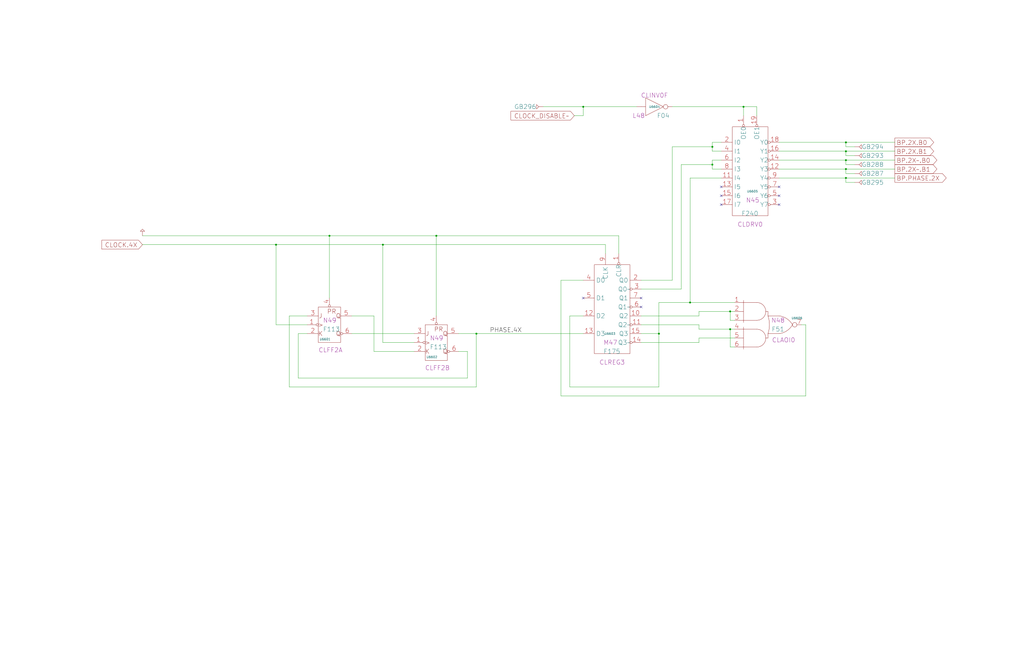
<source format=kicad_sch>
(kicad_sch (version 20211123) (generator eeschema)
  (paper "User" 584.2 378.46)
  (title_block (title "CLOCKS\\n2X CLOCK GENERATION") (date "22-SEP-90") (rev "2.0") (comment 1 "IOC") (comment 2 "232-003061") (comment 3 "S400") (comment 4 "RELEASED"))
  (lib_symbols
    (symbol "r1000:F04" (pin_numbers hide) (pin_names hide)
      (property "Reference" "U" (at 0 0 0))
      (property "Value" "F04" (at 1.27 -5.08 0))
      (property "Location" "___" (at -12.7 -5.08 0))
      (property "Name" "______" (at 0 5.08 0))
      (symbol "F04_0_1"
        (polyline (pts (xy -7.62 0) (xy -5.08 0)) (stroke (width 0.1524)))
        (polyline (pts (xy -5.08 5.08) (xy -5.08 -5.08)) (stroke (width 0.1524)))
        (polyline (pts (xy 5.08 0) (xy -5.08 -5.08)) (stroke (width 0.1524)))
        (polyline (pts (xy 5.08 0) (xy -5.08 5.08)) (stroke (width 0.1524)))
        (circle (center 6.35 0) (radius 1.27) (stroke (width 0.1524)))
      )
      (symbol "F04_1_1"
        (pin input line (at -10.16 0 0) (length 2.54) (name "D0") (number "1"))
        (pin output line (at 10.16 0 180) (length 2.54) (name "Q") (number "2"))
      )
    )
    (symbol "r1000:F113" (pin_names (offset 1.016) hide)
      (property "Reference" "U" (at 0 -10.795 0))
      (property "Value" "F113" (at -1.27 -5.08 0))
      (property "Location" "___" (at -1.27 0 0))
      (property "Name" "______" (at 3.175 -18.415 0))
      (symbol "F113_0_1"
        (rectangle (start -3.81 7.62) (end 8.89 -12.7) (stroke (width 0.1524)))
      )
      (symbol "F113_1_1"
        (circle (center -4.445 -2.54) (radius 0.635))
        (circle (center 2.54 8.255) (radius 0.635))
        (circle (center 9.525 -7.62) (radius 0.635))
        (text ">" (at -2.54 -2.54 0) (effects (font (size 2.54 2.54))))
        (text "J" (at -2.54 2.54 0) (effects (font (size 2.54 2.54))))
        (text "K" (at -2.54 -7.62 0) (effects (font (size 2.54 2.54))))
        (text "P" (at 2.54 5.08 0) (effects (font (size 2.54 2.54))))
        (text "Q" (at 7.62 -7.62 0) (effects (font (size 2.54 2.54))))
        (text "Q" (at 7.62 2.54 0) (effects (font (size 2.54 2.54))))
        (text "R" (at 5.08 5.08 0) (effects (font (size 2.54 2.54))))
        (pin input line (at -10.16 -2.54 0) (length 5.08) (name "CLK_") (number "1"))
        (pin input line (at -10.16 -7.62 0) (length 6.35) (name "K") (number "2"))
        (pin input line (at -10.16 2.54 0) (length 6.35) (name "J") (number "3"))
        (pin input line (at 2.54 12.7 270) (length 3.81) (name "PR_") (number "4"))
        (pin output line (at 15.24 2.54 180) (length 6.35) (name "Q") (number "5"))
        (pin output line (at 15.24 -7.62 180) (length 5.08) (name "Q_") (number "6"))
      )
    )
    (symbol "r1000:F175" (pin_names (offset 1.016))
      (property "Reference" "U" (at 2.54 5.08 0))
      (property "Value" "F175" (at -1.27 -5.08 0))
      (property "Location" "___" (at -1.27 0 0))
      (property "Name" "______" (at 3.81 -12.7 0))
      (symbol "F175_1_1"
        (rectangle (start -6.35 44.45) (end 13.97 -6.35))
        (circle (center 7.62 45.085) (radius 0.635))
        (circle (center 14.605 0) (radius 0.635))
        (circle (center 14.605 10.16) (radius 0.635))
        (circle (center 14.605 20.32) (radius 0.635))
        (circle (center 14.605 30.48) (radius 0.635))
        (pin input line (at 7.62 50.8 270) (length 5.08) (name "CLR") (number "1"))
        (pin output line (at 20.32 15.24 180) (length 6.35) (name "Q2") (number "10"))
        (pin output line (at 20.32 10.16 180) (length 5.08) (name "Q2~") (number "11"))
        (pin input line (at -12.7 15.24 0) (length 6.35) (name "D2") (number "12"))
        (pin input line (at -12.7 5.08 0) (length 6.35) (name "D3") (number "13"))
        (pin output line (at 20.32 0 180) (length 5.08) (name "Q3~") (number "14"))
        (pin output line (at 20.32 5.08 180) (length 6.35) (name "Q3") (number "15"))
        (pin output line (at 20.32 35.56 180) (length 6.35) (name "Q0") (number "2"))
        (pin output line (at 20.32 30.48 180) (length 5.08) (name "Q0~") (number "3"))
        (pin input line (at -12.7 35.56 0) (length 6.35) (name "D0") (number "4"))
        (pin input line (at -12.7 25.4 0) (length 6.35) (name "D1") (number "5"))
        (pin output line (at 20.32 20.32 180) (length 5.08) (name "Q1~") (number "6"))
        (pin output line (at 20.32 25.4 180) (length 6.35) (name "Q1") (number "7"))
        (pin input line (at 0 50.8 270) (length 6.35) (name "CLK") (number "9"))
      )
    )
    (symbol "r1000:F240" (pin_names (offset 1.016))
      (property "Reference" "U" (at 2.54 5.08 0))
      (property "Value" "F240" (at -3.81 -7.62 0))
      (property "Location" "___" (at -1.27 0 0))
      (property "Name" "______" (at 1.27 -15.24 0))
      (symbol "F240_1_1"
        (rectangle (start -8.89 41.91) (end 11.43 -8.89))
        (circle (center -2.54 42.545) (radius 0.635))
        (circle (center 5.08 42.545) (radius 0.635))
        (circle (center 12.065 -2.54) (radius 0.635))
        (circle (center 12.065 2.54) (radius 0.635))
        (circle (center 12.065 7.62) (radius 0.635))
        (circle (center 12.065 12.7) (radius 0.635))
        (circle (center 12.065 17.78) (radius 0.635))
        (circle (center 12.065 22.86) (radius 0.635))
        (circle (center 12.065 27.94) (radius 0.635))
        (circle (center 12.065 33.02) (radius 0.635))
        (pin input line (at -2.54 48.26 270) (length 5.08) (name "OE0") (number "1"))
        (pin input line (at -15.24 12.7 0) (length 6.35) (name "I4") (number "11"))
        (pin tri_state line (at 17.78 17.78 180) (length 5.08) (name "Y3") (number "12"))
        (pin input line (at -15.24 7.62 0) (length 6.35) (name "I5") (number "13"))
        (pin tri_state line (at 17.78 22.86 180) (length 5.08) (name "Y2") (number "14"))
        (pin input line (at -15.24 2.54 0) (length 6.35) (name "I6") (number "15"))
        (pin tri_state line (at 17.78 27.94 180) (length 5.08) (name "Y1") (number "16"))
        (pin input line (at -15.24 -2.54 0) (length 6.35) (name "I7") (number "17"))
        (pin tri_state line (at 17.78 33.02 180) (length 5.08) (name "Y0") (number "18"))
        (pin input line (at 5.08 48.26 270) (length 5.08) (name "OE1") (number "19"))
        (pin input line (at -15.24 33.02 0) (length 6.35) (name "I0") (number "2"))
        (pin tri_state line (at 17.78 -2.54 180) (length 5.08) (name "Y7") (number "3"))
        (pin input line (at -15.24 27.94 0) (length 6.35) (name "I1") (number "4"))
        (pin tri_state line (at 17.78 2.54 180) (length 5.08) (name "Y6") (number "5"))
        (pin input line (at -15.24 22.86 0) (length 6.35) (name "I2") (number "6"))
        (pin tri_state line (at 17.78 7.62 180) (length 5.08) (name "Y5") (number "7"))
        (pin input line (at -15.24 17.78 0) (length 6.35) (name "I3") (number "8"))
        (pin tri_state line (at 17.78 12.7 180) (length 5.08) (name "Y4") (number "9"))
      )
    )
    (symbol "r1000:F51" (pin_names hide)
      (property "Reference" "U" (at 12.7 1.27 0))
      (property "Value" "F51" (at 1.905 -5.08 0))
      (property "Location" "___" (at 1.905 0 0))
      (property "Name" "______" (at 5.08 -12.7 0))
      (symbol "F51_0_0"
        (arc (start -10.16 -15.24) (mid -6.5679 -13.7521) (end -5.08 -10.16) (stroke (width 0.1524)))
        (arc (start -10.16 0) (mid -6.5679 1.4879) (end -5.08 5.08) (stroke (width 0.1524)))
        (arc (start -5.08 -10.16) (mid -6.5679 -6.5679) (end -10.16 -5.08) (stroke (width 0.1524)))
        (arc (start -5.08 5.08) (mid -6.5679 8.6721) (end -10.16 10.16) (stroke (width 0.1524)))
        (arc (start -3.8173 -7.62) (mid -2.9926 -2.54) (end -3.8173 2.54) (stroke (width 0.1524)))
        (polyline (pts (xy -20.32 -15.24) (xy -17.78 -15.24)) (stroke (width 0.1524)))
        (polyline (pts (xy -20.32 -10.16) (xy -17.78 -10.16)) (stroke (width 0.1524)))
        (polyline (pts (xy -20.32 -5.08) (xy -17.78 -5.08)) (stroke (width 0.1524)))
        (polyline (pts (xy -20.32 0) (xy -17.78 0)) (stroke (width 0.1524)))
        (polyline (pts (xy -20.32 5.08) (xy -17.78 5.08)) (stroke (width 0.1524)))
        (polyline (pts (xy -20.32 10.16) (xy -17.78 10.16)) (stroke (width 0.1524)))
        (polyline (pts (xy -17.78 -3.81) (xy -17.78 -16.51)) (stroke (width 0.1524)))
        (polyline (pts (xy -17.78 11.43) (xy -17.78 -1.27)) (stroke (width 0.1524)))
        (polyline (pts (xy -10.16 -15.24) (xy -17.78 -15.24)) (stroke (width 0.1524)))
        (polyline (pts (xy -10.16 -5.08) (xy -17.78 -5.08)) (stroke (width 0.1524)))
        (polyline (pts (xy -10.16 0) (xy -17.78 0)) (stroke (width 0.1524)))
        (polyline (pts (xy -10.16 10.16) (xy -17.78 10.16)) (stroke (width 0.1524)))
        (polyline (pts (xy -3.81 -7.62) (xy 2.54 -7.62)) (stroke (width 0.1524)))
        (polyline (pts (xy -3.81 2.54) (xy 2.54 2.54)) (stroke (width 0.1524)))
        (polyline (pts (xy -5.08 -10.16) (xy -3.81 -10.16) (xy -3.81 -7.62)) (stroke (width 0.1524)))
        (polyline (pts (xy -5.08 5.08) (xy -3.81 5.08) (xy -3.81 2.54)) (stroke (width 0.1524)))
        (arc (start 2.54 -7.62) (mid 6.9504 -5.9805) (end 10.16 -2.54) (stroke (width 0.1524)))
        (arc (start 10.16 -2.54) (mid 6.9516 0.9024) (end 2.54 2.54) (stroke (width 0.1524)))
        (circle (center 11.43 -2.54) (radius 1.27) (stroke (width 0.1524)))
      )
      (symbol "F51_1_1"
        (pin input line (at -22.86 10.16 0) (length 2.54) (name "A1") (number "1"))
        (pin input line (at -22.86 5.08 0) (length 2.54) (name "A2") (number "2"))
        (pin input line (at -22.86 0 0) (length 2.54) (name "A3") (number "3"))
        (pin input line (at -22.86 -5.08 0) (length 2.54) (name "B1") (number "4"))
        (pin input line (at -22.86 -10.16 0) (length 2.54) (name "B2") (number "5"))
        (pin input line (at -22.86 -15.24 0) (length 2.54) (name "B3") (number "6"))
        (pin output line (at 15.24 -2.54 180) (length 2.54) (name "Q") (number "7"))
      )
    )
    (symbol "r1000:GB" (pin_numbers hide) (pin_names (offset 0) hide)
      (property "Reference" "GB" (at 3.81 0 0))
      (symbol "GB_0_1"
        (polyline (pts (xy 2.54 0) (xy 3.81 1.27) (xy 3.81 -1.27) (xy 2.54 0)) (stroke (width 0.1524)))
      )
      (symbol "GB_1_1"
        (pin bidirectional line (at 0 0 0) (length 2.54) (name "") (number "1"))
      )
    )
    (symbol "r1000:PU" (power) (pin_numbers hide) (pin_names hide)
      (symbol "PU_0_1"
        (polyline (pts (xy 0 2.54) (xy -1.27 2.54) (xy 0 3.81) (xy 1.27 2.54) (xy 0 2.54)) (stroke (width 0.1524)))
      )
      (symbol "PU_1_1"
        (pin power_in line (at 0 0 90) (length 2.54) (name "PU") (number "1"))
      )
    )
  )
  (wire (pts (xy 157.48 139.7) (xy 157.48 185.42)))
  (wire (pts (xy 157.48 185.42) (xy 175.26 185.42)))
  (wire (pts (xy 165.1 180.34) (xy 175.26 180.34)))
  (wire (pts (xy 165.1 220.98) (xy 165.1 180.34)))
  (wire (pts (xy 170.18 190.5) (xy 175.26 190.5)))
  (wire (pts (xy 170.18 215.9) (xy 170.18 190.5)))
  (wire (pts (xy 187.96 134.62) (xy 248.92 134.62)))
  (wire (pts (xy 187.96 170.18) (xy 187.96 134.62)))
  (wire (pts (xy 200.66 180.34) (xy 213.36 180.34)))
  (wire (pts (xy 200.66 190.5) (xy 236.22 190.5)))
  (wire (pts (xy 213.36 180.34) (xy 213.36 200.66)))
  (wire (pts (xy 213.36 200.66) (xy 236.22 200.66)))
  (wire (pts (xy 218.44 139.7) (xy 157.48 139.7)))
  (wire (pts (xy 218.44 139.7) (xy 345.44 139.7)))
  (wire (pts (xy 218.44 195.58) (xy 218.44 139.7)))
  (wire (pts (xy 236.22 195.58) (xy 218.44 195.58)))
  (wire (pts (xy 248.92 134.62) (xy 248.92 180.34)))
  (wire (pts (xy 248.92 134.62) (xy 353.06 134.62)))
  (wire (pts (xy 261.62 190.5) (xy 271.78 190.5)))
  (wire (pts (xy 261.62 200.66) (xy 266.7 200.66)))
  (wire (pts (xy 266.7 200.66) (xy 266.7 215.9)))
  (wire (pts (xy 266.7 215.9) (xy 170.18 215.9)))
  (wire (pts (xy 271.78 190.5) (xy 271.78 220.98)))
  (wire (pts (xy 271.78 190.5) (xy 332.74 190.5)))
  (wire (pts (xy 271.78 220.98) (xy 165.1 220.98)))
  (wire (pts (xy 309.88 60.96) (xy 332.74 60.96)))
  (wire (pts (xy 320.04 160.02) (xy 320.04 226.06)))
  (wire (pts (xy 320.04 226.06) (xy 459.74 226.06)))
  (wire (pts (xy 325.12 180.34) (xy 325.12 220.98)))
  (wire (pts (xy 325.12 220.98) (xy 375.92 220.98)))
  (wire (pts (xy 327.66 66.04) (xy 332.74 66.04)))
  (wire (pts (xy 332.74 160.02) (xy 320.04 160.02)))
  (wire (pts (xy 332.74 180.34) (xy 325.12 180.34)))
  (wire (pts (xy 332.74 60.96) (xy 363.22 60.96)))
  (wire (pts (xy 332.74 66.04) (xy 332.74 60.96)))
  (wire (pts (xy 345.44 139.7) (xy 345.44 144.78)))
  (wire (pts (xy 353.06 134.62) (xy 353.06 144.78)))
  (wire (pts (xy 365.76 160.02) (xy 383.54 160.02)))
  (wire (pts (xy 365.76 165.1) (xy 388.62 165.1)))
  (wire (pts (xy 365.76 180.34) (xy 398.78 180.34)))
  (wire (pts (xy 365.76 185.42) (xy 398.78 185.42)))
  (wire (pts (xy 365.76 190.5) (xy 375.92 190.5)))
  (wire (pts (xy 365.76 195.58) (xy 398.78 195.58)))
  (wire (pts (xy 375.92 172.72) (xy 375.92 190.5)))
  (wire (pts (xy 375.92 220.98) (xy 375.92 190.5)))
  (wire (pts (xy 383.54 160.02) (xy 383.54 83.82)))
  (wire (pts (xy 383.54 60.96) (xy 424.18 60.96)))
  (wire (pts (xy 383.54 83.82) (xy 406.4 83.82)))
  (wire (pts (xy 388.62 165.1) (xy 388.62 93.98)))
  (wire (pts (xy 388.62 93.98) (xy 406.4 93.98)))
  (wire (pts (xy 393.7 101.6) (xy 393.7 172.72)))
  (wire (pts (xy 393.7 172.72) (xy 375.92 172.72)))
  (wire (pts (xy 393.7 172.72) (xy 419.1 172.72)))
  (wire (pts (xy 398.78 177.8) (xy 416.56 177.8)))
  (wire (pts (xy 398.78 180.34) (xy 398.78 177.8)))
  (wire (pts (xy 398.78 185.42) (xy 398.78 187.96)))
  (wire (pts (xy 398.78 187.96) (xy 416.56 187.96)))
  (wire (pts (xy 398.78 193.04) (xy 398.78 195.58)))
  (wire (pts (xy 406.4 81.28) (xy 411.48 81.28)))
  (wire (pts (xy 406.4 83.82) (xy 406.4 81.28)))
  (wire (pts (xy 406.4 83.82) (xy 406.4 86.36)))
  (wire (pts (xy 406.4 86.36) (xy 411.48 86.36)))
  (wire (pts (xy 406.4 91.44) (xy 411.48 91.44)))
  (wire (pts (xy 406.4 93.98) (xy 406.4 91.44)))
  (wire (pts (xy 406.4 93.98) (xy 406.4 96.52)))
  (wire (pts (xy 406.4 96.52) (xy 411.48 96.52)))
  (wire (pts (xy 411.48 101.6) (xy 393.7 101.6)))
  (wire (pts (xy 416.56 177.8) (xy 416.56 182.88)))
  (wire (pts (xy 416.56 177.8) (xy 419.1 177.8)))
  (wire (pts (xy 416.56 187.96) (xy 416.56 198.12)))
  (wire (pts (xy 416.56 187.96) (xy 419.1 187.96)))
  (wire (pts (xy 419.1 182.88) (xy 416.56 182.88)))
  (wire (pts (xy 419.1 193.04) (xy 398.78 193.04)))
  (wire (pts (xy 419.1 198.12) (xy 416.56 198.12)))
  (wire (pts (xy 424.18 60.96) (xy 424.18 66.04)))
  (wire (pts (xy 424.18 60.96) (xy 431.8 60.96)))
  (wire (pts (xy 431.8 60.96) (xy 431.8 66.04)))
  (wire (pts (xy 444.5 101.6) (xy 482.6 101.6)))
  (wire (pts (xy 444.5 81.28) (xy 482.6 81.28)))
  (wire (pts (xy 444.5 86.36) (xy 482.6 86.36)))
  (wire (pts (xy 444.5 91.44) (xy 482.6 91.44)))
  (wire (pts (xy 444.5 96.52) (xy 482.6 96.52)))
  (wire (pts (xy 459.74 185.42) (xy 457.2 185.42)))
  (wire (pts (xy 459.74 226.06) (xy 459.74 185.42)))
  (wire (pts (xy 482.6 101.6) (xy 510.54 101.6)))
  (wire (pts (xy 482.6 104.14) (xy 482.6 101.6)))
  (wire (pts (xy 482.6 81.28) (xy 510.54 81.28)))
  (wire (pts (xy 482.6 83.82) (xy 482.6 81.28)))
  (wire (pts (xy 482.6 86.36) (xy 510.54 86.36)))
  (wire (pts (xy 482.6 88.9) (xy 482.6 86.36)))
  (wire (pts (xy 482.6 91.44) (xy 510.54 91.44)))
  (wire (pts (xy 482.6 93.98) (xy 482.6 91.44)))
  (wire (pts (xy 482.6 96.52) (xy 510.54 96.52)))
  (wire (pts (xy 482.6 99.06) (xy 482.6 96.52)))
  (wire (pts (xy 487.68 104.14) (xy 482.6 104.14)))
  (wire (pts (xy 487.68 83.82) (xy 482.6 83.82)))
  (wire (pts (xy 487.68 88.9) (xy 482.6 88.9)))
  (wire (pts (xy 487.68 93.98) (xy 482.6 93.98)))
  (wire (pts (xy 487.68 99.06) (xy 482.6 99.06)))
  (wire (pts (xy 81.28 134.62) (xy 187.96 134.62)))
  (wire (pts (xy 81.28 139.7) (xy 157.48 139.7)))
  (symbol (lib_id "r1000:PU") (at 81.28 134.62 0) (unit 1)
    (property "Reference" "#PWR0126" (effects hide))
    (property "Value" "PU" (effects hide))
  )
  (global_label "CLOCK.4X" (shape input) (at 81.28 139.7 180) (effects (font (size 2.54 2.54))) (property "Intersheet References" "${INTERSHEET_REFS}" (at 58.0692 139.5413 0) (effects (font (size 2.54 2.54)) (justify right))))
  (junction (at 157.48 139.7))
  (symbol (lib_id "r1000:F113") (at 185.42 182.88 0) (unit 1)
    (property "Reference" "U6601" (at 185.42 193.675 0))
    (property "Value" "F113" (at 184.15 187.96 0) (effects (font (size 2.54 2.54)) (justify left)))
    (property "Location" "N49" (at 184.15 182.88 0) (effects (font (size 2.54 2.54)) (justify left)))
    (property "Name" "CLFF2A" (at 188.595 201.295 0) (effects (font (size 2.54 2.54)) (justify bottom)))
  )
  (junction (at 187.96 134.62))
  (junction (at 218.44 139.7))
  (symbol (lib_id "r1000:F113") (at 246.38 193.04 0) (unit 1)
    (property "Reference" "U6602" (at 246.38 203.835 0))
    (property "Value" "F113" (at 245.11 198.12 0) (effects (font (size 2.54 2.54)) (justify left)))
    (property "Location" "N49" (at 245.11 193.04 0) (effects (font (size 2.54 2.54)) (justify left)))
    (property "Name" "CLFF2B" (at 249.555 211.455 0) (effects (font (size 2.54 2.54)) (justify bottom)))
  )
  (junction (at 248.92 134.62))
  (junction (at 271.78 190.5))
  (label "PHASE.4X" (at 279.4 190.5 0) (effects (font (size 2.54 2.54))))
  (symbol (lib_id "r1000:GB") (at 309.88 60.96 0) (mirror y) (unit 1)
    (property "Reference" "GB296" (at 306.07 60.96 0) (effects (font (size 2.54 2.54)) (justify left)))
    (property "Value" "GB" (effects hide))
  )
  (global_label "CLOCK_DISABLE~" (shape input) (at 327.66 66.04 180) (effects (font (size 2.54 2.54))) (property "Intersheet References" "${INTERSHEET_REFS}" (at 291.5073 65.8813 0) (effects (font (size 2.54 2.54)) (justify right))))
  (junction (at 332.74 60.96))
  (no_connect (at 332.74 170.18))
  (symbol (lib_id "r1000:F175") (at 345.44 195.58 0) (unit 1)
    (property "Reference" "U6603" (at 347.98 190.5 0))
    (property "Value" "F175" (at 344.17 200.66 0) (effects (font (size 2.54 2.54)) (justify left)))
    (property "Location" "M47" (at 344.17 195.58 0) (effects (font (size 2.54 2.54)) (justify left)))
    (property "Name" "CLREG3" (at 349.25 208.28 0) (effects (font (size 2.54 2.54)) (justify bottom)))
  )
  (no_connect (at 365.76 170.18))
  (no_connect (at 365.76 175.26))
  (symbol (lib_id "r1000:F04") (at 373.38 60.96 0) (unit 1)
    (property "Reference" "U6604" (at 373.38 60.96 0))
    (property "Value" "F04" (at 374.65 66.04 0) (effects (font (size 2.54 2.54)) (justify left)))
    (property "Location" "L48" (at 360.68 66.04 0) (effects (font (size 2.54 2.54)) (justify left)))
    (property "Name" "CLINV0F" (at 373.38 55.88 0) (effects (font (size 2.54 2.54)) (justify bottom)))
  )
  (junction (at 375.92 190.5))
  (junction (at 393.7 172.72))
  (junction (at 406.4 83.82))
  (junction (at 406.4 93.98))
  (no_connect (at 411.48 106.68))
  (no_connect (at 411.48 111.76))
  (no_connect (at 411.48 116.84))
  (junction (at 416.56 177.8))
  (junction (at 416.56 187.96))
  (junction (at 424.18 60.96))
  (symbol (lib_id "r1000:F240") (at 426.72 114.3 0) (unit 1)
    (property "Reference" "U6605" (at 429.26 109.22 0))
    (property "Value" "F240" (at 422.91 121.92 0) (effects (font (size 2.54 2.54)) (justify left)))
    (property "Location" "N45" (at 425.45 114.3 0) (effects (font (size 2.54 2.54)) (justify left)))
    (property "Name" "CLDRV0" (at 427.99 129.54 0) (effects (font (size 2.54 2.54)) (justify bottom)))
  )
  (symbol (lib_id "r1000:F51") (at 441.96 182.88 0) (unit 1)
    (property "Reference" "U6606" (at 454.66 181.61 0))
    (property "Value" "F51" (at 443.865 187.96 0) (effects (font (size 2.54 2.54))))
    (property "Location" "N48" (at 443.865 182.88 0) (effects (font (size 2.54 2.54))))
    (property "Name" "CLAOI0" (at 447.04 195.58 0) (effects (font (size 2.54 2.54)) (justify bottom)))
  )
  (no_connect (at 444.5 106.68))
  (no_connect (at 444.5 111.76))
  (no_connect (at 444.5 116.84))
  (junction (at 482.6 81.28))
  (junction (at 482.6 86.36))
  (junction (at 482.6 91.44))
  (junction (at 482.6 96.52))
  (junction (at 482.6 101.6))
  (symbol (lib_id "r1000:GB") (at 487.68 83.82 0) (unit 1)
    (property "Reference" "GB294" (at 491.49 83.82 0) (effects (font (size 2.54 2.54)) (justify left)))
    (property "Value" "GB" (effects hide))
  )
  (symbol (lib_id "r1000:GB") (at 487.68 88.9 0) (unit 1)
    (property "Reference" "GB293" (at 491.49 88.9 0) (effects (font (size 2.54 2.54)) (justify left)))
    (property "Value" "GB" (effects hide))
  )
  (symbol (lib_id "r1000:GB") (at 487.68 93.98 0) (unit 1)
    (property "Reference" "GB288" (at 491.49 93.98 0) (effects (font (size 2.54 2.54)) (justify left)))
    (property "Value" "GB" (effects hide))
  )
  (symbol (lib_id "r1000:GB") (at 487.68 99.06 0) (unit 1)
    (property "Reference" "GB287" (at 491.49 99.06 0) (effects (font (size 2.54 2.54)) (justify left)))
    (property "Value" "GB" (effects hide))
  )
  (symbol (lib_id "r1000:GB") (at 487.68 104.14 0) (unit 1)
    (property "Reference" "GB295" (at 491.49 104.14 0) (effects (font (size 2.54 2.54)) (justify left)))
    (property "Value" "GB" (effects hide))
  )
  (global_label "BP.2X.B0" (shape output) (at 510.54 81.28 0) (effects (font (size 2.54 2.54))) (property "Intersheet References" "${INTERSHEET_REFS}" (at 532.6622 81.1213 0) (effects (font (size 2.54 2.54)) (justify left))))
  (global_label "BP.2X.B1" (shape output) (at 510.54 86.36 0) (effects (font (size 2.54 2.54))) (property "Intersheet References" "${INTERSHEET_REFS}" (at 532.6622 86.2013 0) (effects (font (size 2.54 2.54)) (justify left))))
  (global_label "BP.2X~.B0" (shape output) (at 510.54 91.44 0) (effects (font (size 2.54 2.54))) (property "Intersheet References" "${INTERSHEET_REFS}" (at 534.4765 91.2813 0) (effects (font (size 2.54 2.54)) (justify left))))
  (global_label "BP.2X~.B1" (shape output) (at 510.54 96.52 0) (effects (font (size 2.54 2.54))) (property "Intersheet References" "${INTERSHEET_REFS}" (at 534.4765 96.3613 0) (effects (font (size 2.54 2.54)) (justify left))))
  (global_label "BP.PHASE.2X" (shape output) (at 510.54 101.6 0) (effects (font (size 2.54 2.54))) (property "Intersheet References" "${INTERSHEET_REFS}" (at 539.7984 101.4413 0) (effects (font (size 2.54 2.54)) (justify left))))
)
</source>
